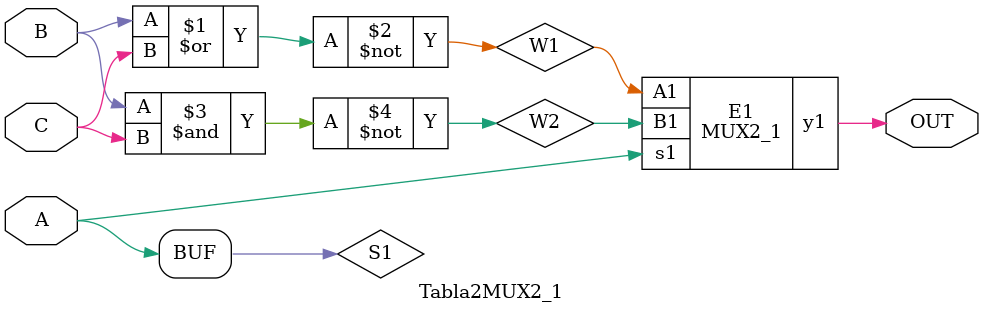
<source format=v>
module MUX2_1(input wire s1, A1, B1, output wire y1);
assign  y1 = s1?  B1: A1;
endmodule
// mux 4:1
module MUX4_1(input wire[1:0]s1, input wire A2, B2, C2, D2, output wire y2);
  wire y1, y1_2;
  MUX2_1  E1(s1[0],A2,B2,y1);
  MUX2_1  E2(s1[0],C2,D2,y1_2);
  MUX2_1  E3(s1[1],y1,y1_2,y2);
endmodule
// mux 8:1
module MUX8_1(input wire[2:0]s3, input wire A3, B3, C3, D3, E3, F3, G3, H3, output wire y3);
  wire y2, y2_2;
  MUX4_1  E1(s3[1:0],A3, B3, C3, D3,y2);
  MUX4_1  E2(s3[1:0],E3, F3, G3, H3,y2_2);
  MUX2_1  E4(s3[2],y2,y2_2,y3);
endmodule
//tabla 1 mux 8:1
module Tabla1MUX8_1 (input wire A, B, C, GND, VCC, output wire OUT);
  wire [2:0]S1;
  assign S1[0] = C;
  assign S1[1] = B;
  assign S1[2] = A;
  MUX8_1  E1(S1[2:0],GND, VCC, VCC, GND, VCC, GND, GND, VCC, OUT);
endmodule
//tabla 1 mux4:1
module Tabla1MUX4_1 (input wire A, B, C, output wire OUT);
  wire [1:0]S1;
  assign S1[0] = B;
  assign S1[1] = A;
  MUX4_1 E1(S1[1:0],C,~C, ~C, C, OUT);
endmodule
//Tabla 1 mux2:1
module Tabla1MUX2_1 (input wire A, B, C, output wire OUT);
  wire S1, W1, W2;
  assign S1 = A;
  assign W1 = B^C;
  assign W2 = ~(B^C);
  MUX2_1 E1(S1, W1, W2, OUT);
endmodule
//Tabla 2 mux 8:1
module Tabla2MUX8_1 (input wire A, B, C,GND, VCC, output wire OUT);
  wire [2:0]S1;
  assign S1[0] = C;
  assign S1[1] = B;
  assign S1[2] = A;
  MUX8_1  E1(S1[2:0],VCC,VCC,GND,GND,GND,VCC,VCC,GND,OUT);
endmodule
//Tabla 2 mux 4:1
module Tabla2MUX4_1 (input wire A, B, C,GND, output wire OUT);
  wire [1:0]S1;
  assign S1[0] = B;
  assign S1[1] = A;
  MUX4_1 E1(S1[1:0],~C,GND, C, ~C, OUT);
endmodule
//Tabla 2 mux 2:1
module Tabla2MUX2_1 (input wire A, B, C, output wire OUT);
  wire S1, W1, W2;
  assign S1 = A;
  assign W1 = ~(B | C);
  assign W2 = ~(B & C);
  MUX2_1 E1(S1, W1, W2, OUT);
endmodule

</source>
